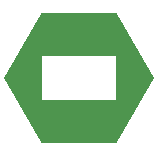
<source format=gbr>
%FSLAX34Y34*%%MOIN*%%ADD10P,0.5X6X0X0.25X0.15*%D10*X0Y0D03*M02*
</source>
